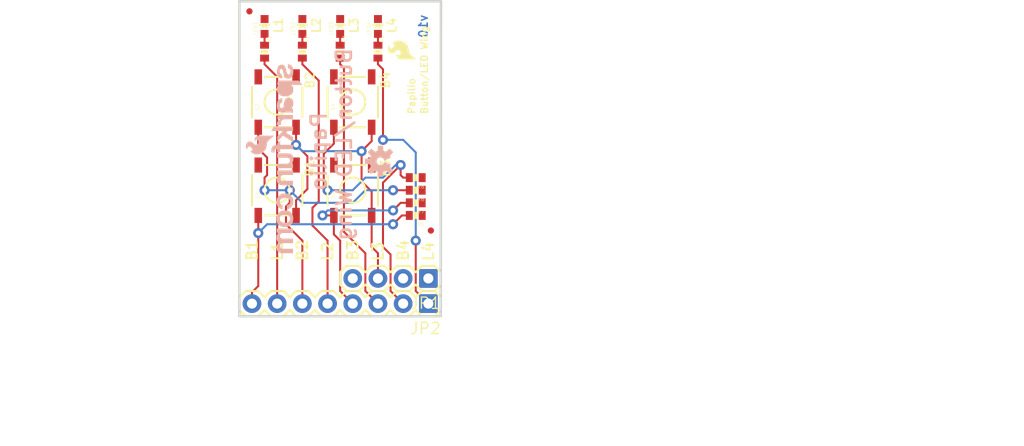
<source format=kicad_pcb>
(kicad_pcb (version 20211014) (generator pcbnew)
  (layers (0 "F.Cu" signal) (31 "B.Cu" signal) (34 "B.Paste" user) (35 "F.Paste" user) (36 "B.SilkS" user "B.Silkscreen") (37 "F.SilkS" user "F.Silkscreen") (38 "B.Mask" user) (39 "F.Mask" user) (44 "Edge.Cuts" user))
  (net 0 "")
  (net 1 "GND")
  (net 2 "3.3V")
  (net 3 "PB1")
  (net 4 "PB2")
  (net 5 "PB3")
  (net 6 "PB4")
  (net 7 "LED1")
  (net 8 "N$1")
  (net 9 "LED2")
  (net 10 "LED3")
  (net 11 "LED4")
  (net 12 "N$4")
  (net 13 "N$5")
  (net 14 "N$6")
  (footprint "boardEagle:TACTILE_SWITCH_SMD" (layer "F.Cu") (at 142.1511 108.1786 90)
    (fp_text reference "S1" (at -0.889 -1.778 90) (layer "F.SilkS") (effects (font (size 0.373888 0.373888) (thickness 0.032512)) (justify left bottom)))
    (fp_text value "Button 1")
    (pad "1" smd rect (at -2.54 -1.905 180) (size 0.762 1.524) (layers "F.Cu" "F.Paste" "F.Mask") (net 3 "PB1"))
    (pad "2" smd rect (at 2.54 -1.905 180) (size 0.762 1.524) (layers "F.Cu" "F.Paste" "F.Mask"))
    (pad "3" smd rect (at -2.54 1.905 180) (size 0.762 1.524) (layers "F.Cu" "F.Paste" "F.Mask") (net 2 "3.3V"))
    (pad "4" smd rect (at 2.54 1.905 180) (size 0.762 1.524) (layers "F.Cu" "F.Paste" "F.Mask"))
  )
  (footprint "boardEagle:LED-0603" (layer "F.Cu") (at 148.5011 91.6686)
    (fp_text reference "LED3" (at -0.6985 0.889 90) (layer "F.SilkS") (effects (font (size 0.373888 0.373888) (thickness 0.032512)) (justify left bottom)))
    (fp_text value "Green")
    (pad "A" smd rect (at 0 0.75) (size 0.8 0.8) (layers "F.Cu" "F.Paste" "F.Mask") (net 12 "N$4"))
    (pad "C" smd rect (at 0 -0.75) (size 0.8 0.8) (layers "F.Cu" "F.Paste" "F.Mask") (net 1 "GND"))
  )
  (footprint "boardEagle:0402-RES" (layer "F.Cu") (at 156.1211 108.1786 180)
    (fp_text reference "R6" (at -0.889 -0.6985 180) (layer "F.SilkS") (effects (font (size 0.373888 0.373888) (thickness 0.032512)) (justify right top)))
    (fp_text value "10k")
    (pad "1" smd rect (at -0.65 0 180) (size 0.7 0.9) (layers "F.Cu" "F.Paste" "F.Mask") (net 1 "GND"))
    (pad "2" smd rect (at 0.65 0 180) (size 0.7 0.9) (layers "F.Cu" "F.Paste" "F.Mask") (net 4 "PB2"))
  )
  (footprint "boardEagle:LED-0603" (layer "F.Cu") (at 152.3111 91.6686)
    (fp_text reference "LED4" (at -0.6985 0.889 90) (layer "F.SilkS") (effects (font (size 0.373888 0.373888) (thickness 0.032512)) (justify left bottom)))
    (fp_text value "Blue")
    (pad "A" smd rect (at 0 0.75) (size 0.8 0.8) (layers "F.Cu" "F.Paste" "F.Mask") (net 14 "N$6"))
    (pad "C" smd rect (at 0 -0.75) (size 0.8 0.8) (layers "F.Cu" "F.Paste" "F.Mask") (net 1 "GND"))
  )
  (footprint "boardEagle:1X08" (layer "F.Cu") (at 157.3911 119.6086 180)
    (fp_text reference "JP2" (at -1.3462 -1.8288 180) (layer "F.SilkS") (effects (font (size 1.143 1.143) (thickness 0.127)) (justify right top)))
    (fp_text value "")
    (pad "1" thru_hole rect (at 0 0 270) (size 1.8796 1.8796) (drill 1.016) (layers *.Cu *.Mask) (net 11 "LED4"))
    (pad "2" thru_hole circle (at 2.54 0 270) (size 1.8796 1.8796) (drill 1.016) (layers *.Cu *.Mask) (net 6 "PB4"))
    (pad "3" thru_hole circle (at 5.08 0 270) (size 1.8796 1.8796) (drill 1.016) (layers *.Cu *.Mask) (net 10 "LED3"))
    (pad "4" thru_hole circle (at 7.62 0 270) (size 1.8796 1.8796) (drill 1.016) (layers *.Cu *.Mask) (net 5 "PB3"))
    (pad "5" thru_hole circle (at 10.16 0 270) (size 1.8796 1.8796) (drill 1.016) (layers *.Cu *.Mask) (net 9 "LED2"))
    (pad "6" thru_hole circle (at 12.7 0 270) (size 1.8796 1.8796) (drill 1.016) (layers *.Cu *.Mask) (net 4 "PB2"))
    (pad "7" thru_hole circle (at 15.24 0 270) (size 1.8796 1.8796) (drill 1.016) (layers *.Cu *.Mask) (net 7 "LED1"))
    (pad "8" thru_hole circle (at 17.78 0 270) (size 1.8796 1.8796) (drill 1.016) (layers *.Cu *.Mask) (net 3 "PB1"))
  )
  (footprint "boardEagle:MICRO-FIDUCIAL" (layer "F.Cu") (at 157.6451 112.2426)
    (fp_text reference "JP6" hide)
    (fp_text value "FIDUCIALUFIDUCIAL" hide)
    (pad "1" smd roundrect (at 0 0) (size 0.635 0.635) (layers "F.Cu" "F.Mask") (roundrect_rratio 0.5))
  )
  (footprint "boardEagle:0402-RES" (layer "F.Cu") (at 156.1211 110.7186 180)
    (fp_text reference "R5" (at -0.889 -0.6985 180) (layer "F.SilkS") (effects (font (size 0.373888 0.373888) (thickness 0.032512)) (justify right top)))
    (fp_text value "10k")
    (pad "1" smd rect (at -0.65 0 180) (size 0.7 0.9) (layers "F.Cu" "F.Paste" "F.Mask") (net 1 "GND"))
    (pad "2" smd rect (at 0.65 0 180) (size 0.7 0.9) (layers "F.Cu" "F.Paste" "F.Mask") (net 3 "PB1"))
  )
  (footprint "boardEagle:TACTILE_SWITCH_SMD" (layer "F.Cu") (at 149.7711 99.2886 90)
    (fp_text reference "S4" (at -0.889 -1.778 90) (layer "F.SilkS") (effects (font (size 0.373888 0.373888) (thickness 0.032512)) (justify left bottom)))
    (fp_text value "Button 4")
    (pad "1" smd rect (at -2.54 -1.905 180) (size 0.762 1.524) (layers "F.Cu" "F.Paste" "F.Mask") (net 6 "PB4"))
    (pad "2" smd rect (at 2.54 -1.905 180) (size 0.762 1.524) (layers "F.Cu" "F.Paste" "F.Mask"))
    (pad "3" smd rect (at -2.54 1.905 180) (size 0.762 1.524) (layers "F.Cu" "F.Paste" "F.Mask") (net 2 "3.3V"))
    (pad "4" smd rect (at 2.54 1.905 180) (size 0.762 1.524) (layers "F.Cu" "F.Paste" "F.Mask"))
  )
  (footprint "boardEagle:0402-RES" (layer "F.Cu") (at 144.6911 94.2086 -90)
    (fp_text reference "R2" (at -0.889 -0.6985 -90) (layer "F.SilkS") (effects (font (size 0.373888 0.373888) (thickness 0.032512)) (justify left bottom)))
    (fp_text value "220")
    (pad "1" smd rect (at -0.65 0 270) (size 0.7 0.9) (layers "F.Cu" "F.Paste" "F.Mask") (net 13 "N$5"))
    (pad "2" smd rect (at 0.65 0 270) (size 0.7 0.9) (layers "F.Cu" "F.Paste" "F.Mask") (net 9 "LED2"))
  )
  (footprint "boardEagle:TACTILE_SWITCH_SMD" (layer "F.Cu") (at 149.7711 108.1786 90)
    (fp_text reference "S3" (at -0.889 -1.778 90) (layer "F.SilkS") (effects (font (size 0.373888 0.373888) (thickness 0.032512)) (justify left bottom)))
    (fp_text value "Button 3")
    (pad "1" smd rect (at -2.54 -1.905 180) (size 0.762 1.524) (layers "F.Cu" "F.Paste" "F.Mask") (net 5 "PB3"))
    (pad "2" smd rect (at 2.54 -1.905 180) (size 0.762 1.524) (layers "F.Cu" "F.Paste" "F.Mask"))
    (pad "3" smd rect (at -2.54 1.905 180) (size 0.762 1.524) (layers "F.Cu" "F.Paste" "F.Mask") (net 2 "3.3V"))
    (pad "4" smd rect (at 2.54 1.905 180) (size 0.762 1.524) (layers "F.Cu" "F.Paste" "F.Mask"))
  )
  (footprint "boardEagle:0402-RES" (layer "F.Cu") (at 156.1211 109.4486 180)
    (fp_text reference "R7" (at -0.889 -0.6985 180) (layer "F.SilkS") (effects (font (size 0.373888 0.373888) (thickness 0.032512)) (justify right top)))
    (fp_text value "10k")
    (pad "1" smd rect (at -0.65 0 180) (size 0.7 0.9) (layers "F.Cu" "F.Paste" "F.Mask") (net 1 "GND"))
    (pad "2" smd rect (at 0.65 0 180) (size 0.7 0.9) (layers "F.Cu" "F.Paste" "F.Mask") (net 5 "PB3"))
  )
  (footprint "boardEagle:0402-RES" (layer "F.Cu") (at 148.5011 94.2086 -90)
    (fp_text reference "R3" (at -0.889 -0.6985 -90) (layer "F.SilkS") (effects (font (size 0.373888 0.373888) (thickness 0.032512)) (justify left bottom)))
    (fp_text value "220")
    (pad "1" smd rect (at -0.65 0 270) (size 0.7 0.9) (layers "F.Cu" "F.Paste" "F.Mask") (net 12 "N$4"))
    (pad "2" smd rect (at 0.65 0 270) (size 0.7 0.9) (layers "F.Cu" "F.Paste" "F.Mask") (net 10 "LED3"))
  )
  (footprint "boardEagle:LED-0603" (layer "F.Cu") (at 144.6911 91.6686)
    (fp_text reference "LED2" (at -0.6985 0.889 90) (layer "F.SilkS") (effects (font (size 0.373888 0.373888) (thickness 0.032512)) (justify left bottom)))
    (fp_text value "Yellow")
    (pad "A" smd rect (at 0 0.75) (size 0.8 0.8) (layers "F.Cu" "F.Paste" "F.Mask") (net 13 "N$5"))
    (pad "C" smd rect (at 0 -0.75) (size 0.8 0.8) (layers "F.Cu" "F.Paste" "F.Mask") (net 1 "GND"))
  )
  (footprint "boardEagle:1X04" (layer "F.Cu") (at 157.3911 117.0686 180)
    (fp_text reference "JP1" (at -1.3462 -1.8288 180) (layer "F.SilkS") (effects (font (size 1.143 1.143) (thickness 0.127)) (justify right top)))
    (fp_text value "")
    (pad "1" thru_hole rect (at 0 0 270) (size 1.8796 1.8796) (drill 1.016) (layers *.Cu *.Mask) (net 1 "GND"))
    (pad "2" thru_hole circle (at 2.54 0 270) (size 1.8796 1.8796) (drill 1.016) (layers *.Cu *.Mask))
    (pad "3" thru_hole circle (at 5.08 0 270) (size 1.8796 1.8796) (drill 1.016) (layers *.Cu *.Mask) (net 2 "3.3V"))
    (pad "4" thru_hole circle (at 7.62 0 270) (size 1.8796 1.8796) (drill 1.016) (layers *.Cu *.Mask))
  )
  (footprint "boardEagle:0402-RES" (layer "F.Cu") (at 140.8811 94.2086 -90)
    (fp_text reference "R1" (at -0.889 -0.6985 -90) (layer "F.SilkS") (effects (font (size 0.373888 0.373888) (thickness 0.032512)) (justify left bottom)))
    (fp_text value "220")
    (pad "1" smd rect (at -0.65 0 270) (size 0.7 0.9) (layers "F.Cu" "F.Paste" "F.Mask") (net 8 "N$1"))
    (pad "2" smd rect (at 0.65 0 270) (size 0.7 0.9) (layers "F.Cu" "F.Paste" "F.Mask") (net 7 "LED1"))
  )
  (footprint "boardEagle:LED-0603" (layer "F.Cu") (at 140.8811 91.6686)
    (fp_text reference "LED1" (at -0.6985 0.889 90) (layer "F.SilkS") (effects (font (size 0.373888 0.373888) (thickness 0.032512)) (justify left bottom)))
    (fp_text value "Red")
    (pad "A" smd rect (at 0 0.75) (size 0.8 0.8) (layers "F.Cu" "F.Paste" "F.Mask") (net 8 "N$1"))
    (pad "C" smd rect (at 0 -0.75) (size 0.8 0.8) (layers "F.Cu" "F.Paste" "F.Mask") (net 1 "GND"))
  )
  (footprint "boardEagle:SFE-LOGO-FLAME" (layer "F.Cu") (at 156.1211 94.9706 90)
    (fp_text reference "JP3" hide)
    (fp_text value "LOGO-SFESK" hide)
  )
  (footprint "boardEagle:TACTILE_SWITCH_SMD" (layer "F.Cu") (at 142.1511 99.2886 90)
    (fp_text reference "S2" (at -0.889 -1.778 90) (layer "F.SilkS") (effects (font (size 0.373888 0.373888) (thickness 0.032512)) (justify left bottom)))
    (fp_text value "Button 2")
    (pad "1" smd rect (at -2.54 -1.905 180) (size 0.762 1.524) (layers "F.Cu" "F.Paste" "F.Mask") (net 4 "PB2"))
    (pad "2" smd rect (at 2.54 -1.905 180) (size 0.762 1.524) (layers "F.Cu" "F.Paste" "F.Mask"))
    (pad "3" smd rect (at -2.54 1.905 180) (size 0.762 1.524) (layers "F.Cu" "F.Paste" "F.Mask") (net 2 "3.3V"))
    (pad "4" smd rect (at 2.54 1.905 180) (size 0.762 1.524) (layers "F.Cu" "F.Paste" "F.Mask"))
  )
  (footprint "boardEagle:CREATIVE_COMMONS" (layer "F.Cu") (at 134.5311 132.3086)
    (fp_text reference "FRAME1" hide)
    (fp_text value "FRAME-LETTER" hide)
  )
  (footprint "boardEagle:0402-RES" (layer "F.Cu") (at 152.3111 94.2086 -90)
    (fp_text reference "R4" (at -0.889 -0.6985 -90) (layer "F.SilkS") (effects (font (size 0.373888 0.373888) (thickness 0.032512)) (justify left bottom)))
    (fp_text value "220")
    (pad "1" smd rect (at -0.65 0 270) (size 0.7 0.9) (layers "F.Cu" "F.Paste" "F.Mask") (net 14 "N$6"))
    (pad "2" smd rect (at 0.65 0 270) (size 0.7 0.9) (layers "F.Cu" "F.Paste" "F.Mask") (net 11 "LED4"))
  )
  (footprint "boardEagle:0402-RES" (layer "F.Cu") (at 156.1211 106.9086 180)
    (fp_text reference "R8" (at -0.889 -0.6985 180) (layer "F.SilkS") (effects (font (size 0.373888 0.373888) (thickness 0.032512)) (justify right top)))
    (fp_text value "10k")
    (pad "1" smd rect (at -0.65 0 180) (size 0.7 0.9) (layers "F.Cu" "F.Paste" "F.Mask") (net 1 "GND"))
    (pad "2" smd rect (at 0.65 0 180) (size 0.7 0.9) (layers "F.Cu" "F.Paste" "F.Mask") (net 6 "PB4"))
  )
  (footprint "boardEagle:MICRO-FIDUCIAL" (layer "F.Cu") (at 139.3571 90.1446)
    (fp_text reference "JP5" hide)
    (fp_text value "FIDUCIALUFIDUCIAL" hide)
    (pad "1" smd roundrect (at 0 0) (size 0.635 0.635) (layers "F.Cu" "F.Mask") (roundrect_rratio 0.5))
  )
  (footprint "boardEagle:SFE-NEW-WEBLOGO" (layer "B.Cu") (at 144.6911 95.4786 -90)
    (fp_text reference "JP4" hide)
    (fp_text value "LOGO-SFENEW" hide)
  )
  (footprint "boardEagle:OSHW-LOGO-S" (layer "B.Cu") (at 152.5651 105.2576 -90)
    (fp_text reference "U$1" hide)
    (fp_text value "OSHW-LOGOS" hide)
  )
  (gr_line (start 158.6611 89.1286) (end 138.3411 89.1286) (layer "Edge.Cuts") (width 0.254))
  (gr_line (start 138.3411 89.1286) (end 138.3411 120.8786) (layer "Edge.Cuts") (width 0.254))
  (gr_line (start 138.3411 120.8786) (end 158.6411 120.8786) (layer "Edge.Cuts") (width 0.254))
  (gr_line (start 158.6411 120.8786) (end 158.6611 89.1286) (layer "Edge.Cuts") (width 0.254))
  (gr_text "v10" (at 157.3911 90.3986 -270) (layer "B.Cu") (effects (font (size 0.8636 0.8636) (thickness 0.1524)) (justify left bottom mirror)))
  (gr_text "Papilio" (at 147.2311 100.1776 -270) (layer "B.SilkS") (effects (font (size 1.5113 1.5113) (thickness 0.2667)) (justify left bottom mirror)))
  (gr_text "Button/LED Wing" (at 149.7711 93.7006 -270) (layer "B.SilkS") (effects (font (size 1.5113 1.5113) (thickness 0.2667)) (justify left bottom mirror)))
  (gr_text "L3" (at 150.4061 92.4306 90) (layer "F.SilkS") (effects (font (size 0.8636 0.8636) (thickness 0.1524)) (justify left bottom)))
  (gr_text "L4" (at 158.0261 115.4176 90) (layer "F.SilkS") (effects (font (size 1.0795 1.0795) (thickness 0.1905)) (justify left bottom)))
  (gr_text "B3" (at 150.4061 115.4176 90) (layer "F.SilkS") (effects (font (size 1.0795 1.0795) (thickness 0.1905)) (justify left bottom)))
  (gr_text "B4" (at 155.4861 115.4176 90) (layer "F.SilkS") (effects (font (size 1.0795 1.0795) (thickness 0.1905)) (justify left bottom)))
  (gr_text "L3" (at 152.9461 115.4176 90) (layer "F.SilkS") (effects (font (size 1.0795 1.0795) (thickness 0.1905)) (justify left bottom)))
  (gr_text "Papilio" (at 156.1211 100.5586 90) (layer "F.SilkS") (effects (font (size 0.69088 0.69088) (thickness 0.12192)) (justify left bottom)))
  (gr_text "L2" (at 146.5961 92.4306 90) (layer "F.SilkS") (effects (font (size 0.8636 0.8636) (thickness 0.1524)) (justify left bottom)))
  (gr_text "B2" (at 145.9611 98.0186 90) (layer "F.SilkS") (effects (font (size 0.8636 0.8636) (thickness 0.1524)) (justify left bottom)))
  (gr_text "B1" (at 140.2461 115.4176 90) (layer "F.SilkS") (effects (font (size 1.0795 1.0795) (thickness 0.1905)) (justify left bottom)))
  (gr_text "B4" (at 153.5811 98.0186 90) (layer "F.SilkS") (effects (font (size 0.8636 0.8636) (thickness 0.1524)) (justify left bottom)))
  (gr_text "B1" (at 145.9611 106.9086 90) (layer "F.SilkS") (effects (font (size 0.8636 0.8636) (thickness 0.1524)) (justify left bottom)))
  (gr_text "B3" (at 153.5811 106.9086 90) (layer "F.SilkS") (effects (font (size 0.8636 0.8636) (thickness 0.1524)) (justify left bottom)))
  (gr_text "L1" (at 142.7861 115.4176 90) (layer "F.SilkS") (effects (font (size 1.0795 1.0795) (thickness 0.1905)) (justify left bottom)))
  (gr_text "L1" (at 142.7861 92.4306 90) (layer "F.SilkS") (effects (font (size 0.8636 0.8636) (thickness 0.1524)) (justify left bottom)))
  (gr_text "B2" (at 145.3261 115.4176 90) (layer "F.SilkS") (effects (font (size 1.0795 1.0795) (thickness 0.1905)) (justify left bottom)))
  (gr_text "L2" (at 147.8661 115.4176 90) (layer "F.SilkS") (effects (font (size 1.0795 1.0795) (thickness 0.1905)) (justify left bottom)))
  (gr_text "L4" (at 154.2161 92.4306 90) (layer "F.SilkS") (effects (font (size 0.8636 0.8636) (thickness 0.1524)) (justify left bottom)))
  (gr_text "Button/LED Wing" (at 157.3911 100.5586 90) (layer "F.SilkS") (effects (font (size 0.69088 0.69088) (thickness 0.12192)) (justify left bottom)))
  (segment (start 145.1991 104.7496) (end 144.0561 103.6066) (width 0.2032) (layer "F.Cu") (net 2))
  (segment (start 144.0561 103.6066) (end 144.0561 101.8286) (width 0.2032) (layer "F.Cu") (net 2))
  (segment (start 144.0561 110.7186) (end 144.0561 109.1946) (width 0.2032) (layer "F.Cu") (net 2))
  (segment (start 151.6761 108.3056) (end 150.6601 107.2896) (width 0.2032) (layer "F.Cu") (net 2))
  (segment (start 152.3111 117.0686) (end 152.3111 114.5286) (width 0.2032) (layer "F.Cu") (net 2))
  (segment (start 151.6761 103.2256) (end 151.6761 101.8286) (width 0.2032) (layer "F.Cu") (net 2))
  (segment (start 152.3111 114.5286) (end 151.6761 113.8936) (width 0.2032) (layer "F.Cu") (net 2))
  (segment (start 150.6601 104.2416) (end 151.6761 103.2256) (width 0.2032) (layer "F.Cu") (net 2))
  (segment (start 145.1991 108.0516) (end 145.1991 104.7496) (width 0.2032) (layer "F.Cu") (net 2))
  (segment (start 150.6601 107.2896) (end 150.6601 104.2416) (width 0.2032) (layer "F.Cu") (net 2))
  (segment (start 151.6761 113.8936) (end 151.6761 110.7186) (width 0.2032) (layer "F.Cu") (net 2))
  (segment (start 144.0561 109.1946) (end 145.1991 108.0516) (width 0.2032) (layer "F.Cu") (net 2))
  (segment (start 151.6761 110.7186) (end 151.6761 108.3056) (width 0.2032) (layer "F.Cu") (net 2))
  (via (at 150.6601 104.2416) (size 1.016) (drill 0.508) (layers "F.Cu" "B.Cu") (net 2))
  (via (at 144.0561 103.6066) (size 1.016) (drill 0.508) (layers "F.Cu" "B.Cu") (net 2))
  (segment (start 144.6911 104.2416) (end 144.0561 103.6066) (width 0.2032) (layer "B.Cu") (net 2))
  (segment (start 150.6601 104.2416) (end 144.6911 104.2416) (width 0.2032) (layer "B.Cu") (net 2))
  (segment (start 139.6111 118.4656) (end 140.2461 117.8306) (width 0.2032) (layer "F.Cu") (net 3))
  (segment (start 155.4711 110.7186) (end 154.7241 110.7186) (width 0.2032) (layer "F.Cu") (net 3))
  (segment (start 140.2461 117.8306) (end 140.2461 112.4966) (width 0.2032) (layer "F.Cu") (net 3))
  (segment (start 140.2461 112.4966) (end 140.2461 110.7186) (width 0.2032) (layer "F.Cu") (net 3))
  (segment (start 154.7241 110.7186) (end 153.8351 111.6076) (width 0.2032) (layer "F.Cu") (net 3))
  (segment (start 139.6111 119.6086) (end 139.6111 118.4656) (width 0.2032) (layer "F.Cu") (net 3))
  (via (at 140.2461 112.4966) (size 1.016) (drill 0.508) (layers "F.Cu" "B.Cu") (net 3))
  (via (at 153.8351 111.6076) (size 1.016) (drill 0.508) (layers "F.Cu" "B.Cu") (net 3))
  (segment (start 141.1351 111.6076) (end 140.2461 112.4966) (width 0.2032) (layer "B.Cu") (net 3))
  (segment (start 153.8351 111.6076) (end 141.1351 111.6076) (width 0.2032) (layer "B.Cu") (net 3))
  (segment (start 141.1351 106.6546) (end 141.1351 104.8766) (width 0.2032) (layer "F.Cu") (net 4))
  (segment (start 140.2461 103.9876) (end 140.2461 101.8286) (width 0.2032) (layer "F.Cu") (net 4))
  (segment (start 141.1351 104.8766) (end 140.2461 103.9876) (width 0.2032) (layer "F.Cu") (net 4))
  (segment (start 143.4211 108.1786) (end 143.4211 109.4486) (width 0.2032) (layer "F.Cu") (net 4))
  (segment (start 140.8811 108.1786) (end 140.8811 106.9086) (width 0.2032) (layer "F.Cu") (net 4))
  (segment (start 143.0401 111.6076) (end 144.6911 113.2586) (width 0.2032) (layer "F.Cu") (net 4))
  (segment (start 143.0401 109.8296) (end 143.0401 111.6076) (width 0.2032) (layer "F.Cu") (net 4))
  (segment (start 143.4211 109.4486) (end 143.0401 109.8296) (width 0.2032) (layer "F.Cu") (net 4))
  (segment (start 144.6911 113.2586) (end 144.6911 119.6086) (width 0.2032) (layer "F.Cu") (net 4))
  (segment (start 155.4711 108.1786) (end 153.8351 108.1786) (width 0.2032) (layer "F.Cu") (net 4))
  (segment (start 140.8811 106.9086) (end 141.1351 106.6546) (width 0.2032) (layer "F.Cu") (net 4))
  (via (at 140.8811 108.1786) (size 1.016) (drill 0.508) (layers "F.Cu" "B.Cu") (net 4))
  (via (at 153.8351 108.1786) (size 1.016) (drill 0.508) (layers "F.Cu" "B.Cu") (net 4))
  (via (at 143.4211 108.1786) (size 1.016) (drill 0.508) (layers "F.Cu" "B.Cu") (net 4))
  (segment (start 144.6911 109.4486) (end 143.4211 108.1786) (width 0.2032) (layer "B.Cu") (net 4))
  (segment (start 151.0411 108.1786) (end 149.7711 109.4486) (width 0.2032) (layer "B.Cu") (net 4))
  (segment (start 153.8351 108.1786) (end 151.0411 108.1786) (width 0.2032) (layer "B.Cu") (net 4))
  (segment (start 149.7711 109.4486) (end 144.6911 109.4486) (width 0.2032) (layer "B.Cu") (net 4))
  (segment (start 140.8811 108.1786) (end 143.4211 108.1786) (width 0.2032) (layer "B.Cu") (net 4))
  (segment (start 154.5971 109.4486) (end 153.8351 110.2106) (width 0.2032) (layer "F.Cu") (net 5))
  (segment (start 155.4711 109.4486) (end 154.5971 109.4486) (width 0.2032) (layer "F.Cu") (net 5))
  (segment (start 148.5011 113.2586) (end 147.8661 112.6236) (width 0.2032) (layer "F.Cu") (net 5))
  (segment (start 148.5011 118.3386) (end 148.5011 113.2586) (width 0.2032) (layer "F.Cu") (net 5))
  (segment (start 146.7231 110.7186) (end 147.8661 110.7186) (width 0.2032) (layer "F.Cu") (net 5))
  (segment (start 147.8661 112.6236) (end 147.8661 110.7186) (width 0.2032) (layer "F.Cu") (net 5))
  (segment (start 149.7711 119.6086) (end 148.5011 118.3386) (width 0.2032) (layer "F.Cu") (net 5))
  (via (at 153.8351 110.2106) (size 1.016) (drill 0.508) (layers "F.Cu" "B.Cu") (net 5))
  (via (at 146.7231 110.7186) (size 1.016) (drill 0.508) (layers "F.Cu" "B.Cu") (net 5))
  (segment (start 147.2311 110.2106) (end 146.7231 110.7186) (width 0.2032) (layer "B.Cu") (net 5))
  (segment (start 153.8351 110.2106) (end 147.2311 110.2106) (width 0.2032) (layer "B.Cu") (net 5))
  (segment (start 153.5811 114.6556) (end 153.5811 118.3386) (width 0.2032) (layer "F.Cu") (net 6))
  (segment (start 152.8191 113.8936) (end 152.8191 107.4166) (width 0.2032) (layer "F.Cu") (net 6))
  (segment (start 154.8511 119.6086) (end 153.5811 118.3386) (width 0.2032) (layer "F.Cu") (net 6))
  (segment (start 147.8661 103.4796) (end 147.8661 101.8286) (width 0.2032) (layer "F.Cu") (net 6))
  (segment (start 155.4711 106.9086) (end 154.8511 106.9086) (width 0.2032) (layer "F.Cu") (net 6))
  (segment (start 154.5971 106.6546) (end 154.5971 105.6386) (width 0.2032) (layer "F.Cu") (net 6))
  (segment (start 147.2311 108.1786) (end 146.8501 107.7976) (width 0.2032) (layer "F.Cu") (net 6))
  (segment (start 152.8191 107.4166) (end 154.5971 105.6386) (width 0.2032) (layer "F.Cu") (net 6))
  (segment (start 152.8191 113.8936) (end 153.5811 114.6556) (width 0.2032) (layer "F.Cu") (net 6))
  (segment (start 154.8511 106.9086) (end 154.5971 106.6546) (width 0.2032) (layer "F.Cu") (net 6))
  (segment (start 146.8501 104.4956) (end 147.8661 103.4796) (width 0.2032) (layer "F.Cu") (net 6))
  (segment (start 146.8501 107.7976) (end 146.8501 104.4956) (width 0.2032) (layer "F.Cu") (net 6))
  (via (at 147.2311 108.1786) (size 1.016) (drill 0.508) (layers "F.Cu" "B.Cu") (net 6))
  (via (at 154.5971 105.6386) (size 1.016) (drill 0.508) (layers "F.Cu" "B.Cu") (net 6))
  (segment (start 151.0411 106.9086) (end 149.7711 108.1786) (width 0.2032) (layer "B.Cu") (net 6))
  (segment (start 154.5971 105.6386) (end 154.0891 105.6386) (width 0.2032) (layer "B.Cu") (net 6))
  (segment (start 149.7711 108.1786) (end 147.2311 108.1786) (width 0.2032) (layer "B.Cu") (net 6))
  (segment (start 154.0891 105.6386) (end 152.8191 106.9086) (width 0.2032) (layer "B.Cu") (net 6))
  (segment (start 152.8191 106.9086) (end 151.0411 106.9086) (width 0.2032) (layer "B.Cu") (net 6))
  (segment (start 142.1511 119.6086) (end 142.1511 96.7486) (width 0.2032) (layer "F.Cu") (net 7))
  (segment (start 142.1511 96.7486) (end 140.8811 95.4786) (width 0.2032) (layer "F.Cu") (net 7))
  (segment (start 140.8811 95.4786) (end 140.8811 94.8586) (width 0.2032) (layer "F.Cu") (net 7))
  (segment (start 140.8811 93.5586) (end 140.8811 92.4186) (width 0.2032) (layer "F.Cu") (net 8))
  (segment (start 147.2311 113.2586) (end 145.7071 111.7346) (width 0.2032) (layer "F.Cu") (net 9))
  (segment (start 146.3421 109.3216) (end 146.3421 97.1296) (width 0.2032) (layer "F.Cu") (net 9))
  (segment (start 146.3421 97.1296) (end 144.6911 95.4786) (width 0.2032) (layer "F.Cu") (net 9))
  (segment (start 147.2311 119.6086) (end 147.2311 113.2586) (width 0.2032) (layer "F.Cu") (net 9))
  (segment (start 145.7071 111.7346) (end 145.7071 109.9566) (width 0.2032) (layer "F.Cu") (net 9))
  (segment (start 144.6911 95.4786) (end 144.6911 94.8586) (width 0.2032) (layer "F.Cu") (net 9))
  (segment (start 145.7071 109.9566) (end 146.3421 109.3216) (width 0.2032) (layer "F.Cu") (net 9))
  (segment (start 152.3111 119.6086) (end 151.0411 118.3386) (width 0.2032) (layer "F.Cu") (net 10))
  (segment (start 148.8821 112.3696) (end 148.8821 95.8596) (width 0.2032) (layer "F.Cu") (net 10))
  (segment (start 151.0411 114.5286) (end 148.8821 112.3696) (width 0.2032) (layer "F.Cu") (net 10))
  (segment (start 151.0411 118.3386) (end 151.0411 114.5286) (width 0.2032) (layer "F.Cu") (net 10))
  (segment (start 148.8821 95.8596) (end 148.5011 95.4786) (width 0.2032) (layer "F.Cu") (net 10))
  (segment (start 148.5011 95.4786) (end 148.5011 94.8586) (width 0.2032) (layer "F.Cu") (net 10))
  (segment (start 152.3111 95.4786) (end 152.8191 95.9866) (width 0.2032) (layer "F.Cu") (net 11))
  (segment (start 157.3911 119.6086) (end 156.1211 118.3386) (width 0.2032) (layer "F.Cu") (net 11))
  (segment (start 152.8191 95.9866) (end 152.8191 103.0986) (width 0.2032) (layer "F.Cu") (net 11))
  (segment (start 156.1211 118.3386) (end 156.1211 113.2586) (width 0.2032) (layer "F.Cu") (net 11))
  (segment (start 152.3111 95.4786) (end 152.3111 94.8586) (width 0.2032) (layer "F.Cu") (net 11))
  (via (at 152.8191 103.0986) (size 1.016) (drill 0.508) (layers "F.Cu" "B.Cu") (net 11))
  (via (at 156.1211 113.2586) (size 1.016) (drill 0.508) (layers "F.Cu" "B.Cu") (net 11))
  (segment (start 156.1211 113.2586) (end 156.1211 104.3686) (width 0.2032) (layer "B.Cu") (net 11))
  (segment (start 154.8511 103.0986) (end 152.8191 103.0986) (width 0.2032) (layer "B.Cu") (net 11))
  (segment (start 156.1211 104.3686) (end 154.8511 103.0986) (width 0.2032) (layer "B.Cu") (net 11))
  (segment (start 148.5011 93.5586) (end 148.5011 92.4186) (width 0.2032) (layer "F.Cu") (net 12))
  (segment (start 144.6911 93.5586) (end 144.6911 92.4186) (width 0.2032) (layer "F.Cu") (net 13))
  (segment (start 152.3111 93.5586) (end 152.3111 92.4186) (width 0.2032) (layer "F.Cu") (net 14))
)
</source>
